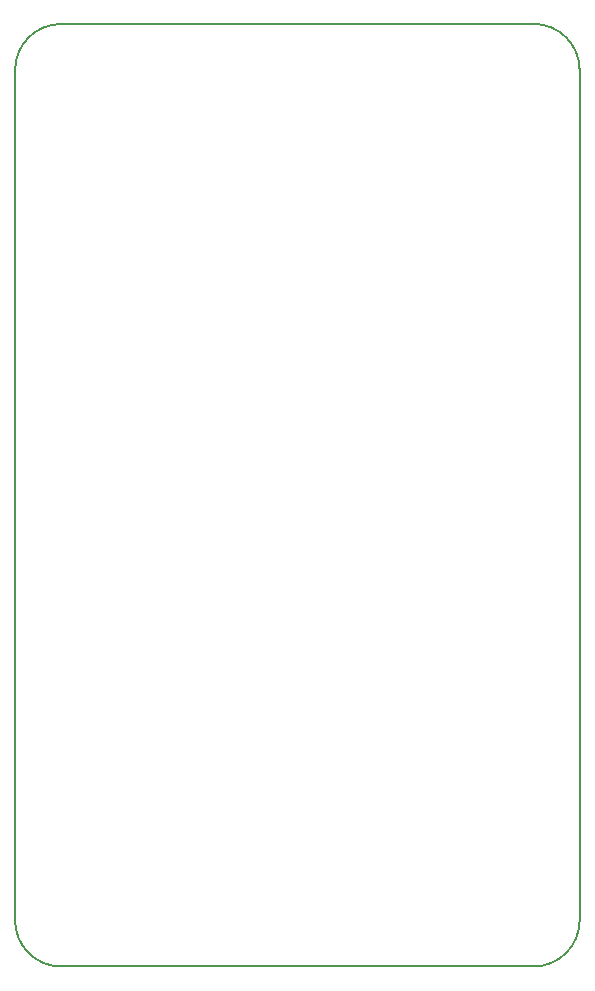
<source format=gko>
%TF.GenerationSoftware,KiCad,Pcbnew,4.0.7-e2-6376~58~ubuntu16.04.1*%
%TF.CreationDate,2018-07-31T04:14:02-07:00*%
%TF.ProjectId,6x10-Photon-Breakout,367831302D50686F746F6E2D42726561,v1.1*%
%TF.FileFunction,Profile,NP*%
%FSLAX46Y46*%
G04 Gerber Fmt 4.6, Leading zero omitted, Abs format (unit mm)*
G04 Created by KiCad (PCBNEW 4.0.7-e2-6376~58~ubuntu16.04.1) date Tue Jul 31 04:14:02 2018*
%MOMM*%
%LPD*%
G01*
G04 APERTURE LIST*
%ADD10C,0.350000*%
%ADD11C,0.152400*%
%ADD12C,0.040640*%
G04 APERTURE END LIST*
D10*
D11*
X102898994Y-31793193D02*
G75*
G03X98998994Y-27893193I-3900000J0D01*
G01*
X58999000Y-27900000D02*
G75*
G03X55099000Y-31800000I0J-3900000D01*
G01*
X55100000Y-103800000D02*
G75*
G03X59000000Y-107700000I3900000J0D01*
G01*
X99000000Y-107700000D02*
G75*
G03X102900000Y-103800000I0J3900000D01*
G01*
X55100000Y-103800000D02*
X55100000Y-31800000D01*
X99000000Y-107700000D02*
X59000000Y-107700000D01*
X102900000Y-31800000D02*
X102900000Y-103800000D01*
X59000000Y-27900000D02*
X99000000Y-27900000D01*
D12*
X58999000Y-107700000D02*
X98999000Y-107700000D01*
X98999000Y-27900000D02*
X58999000Y-27900000D01*
X55099000Y-31650000D02*
X55099000Y-103850000D01*
X102899000Y-103850000D02*
X102899000Y-31600000D01*
X55099006Y-103806807D02*
G75*
G03X58999000Y-107700000I3899994J6807D01*
G01*
X58999000Y-27900000D02*
G75*
G03X55099000Y-31800000I0J-3900000D01*
G01*
X102898994Y-31793193D02*
G75*
G03X98999000Y-27900000I-3899994J-6807D01*
G01*
X98999000Y-107700000D02*
G75*
G03X102899000Y-103800000I0J3900000D01*
G01*
M02*

</source>
